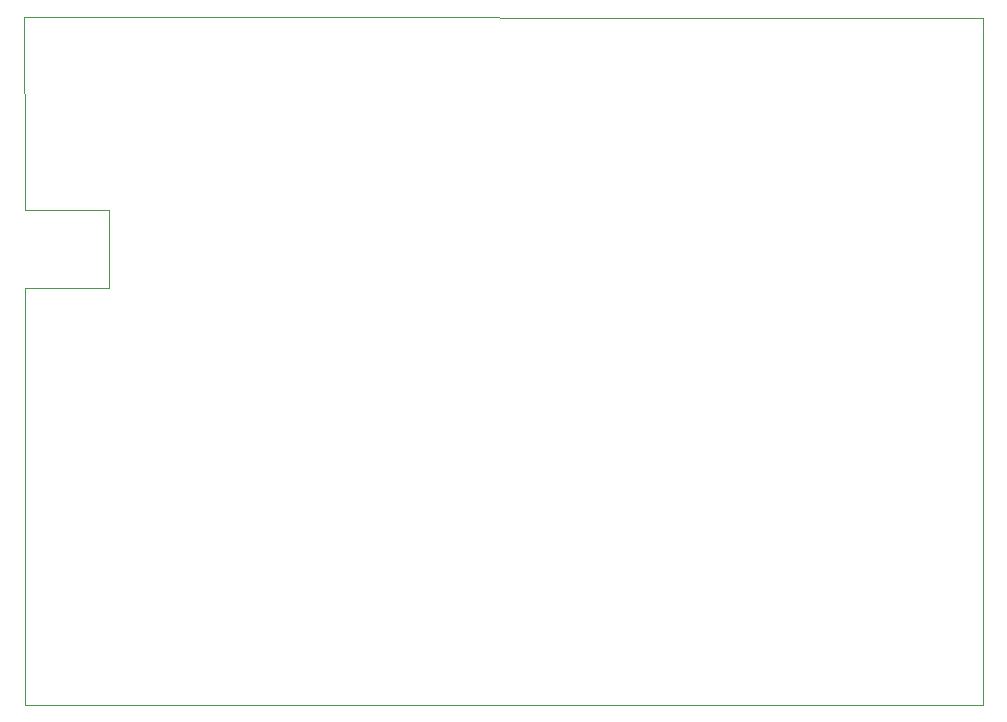
<source format=gbr>
%TF.GenerationSoftware,KiCad,Pcbnew,7.0.1-0*%
%TF.CreationDate,2023-07-25T08:38:12-04:00*%
%TF.ProjectId,data_logger,64617461-5f6c-46f6-9767-65722e6b6963,rev?*%
%TF.SameCoordinates,Original*%
%TF.FileFunction,Profile,NP*%
%FSLAX46Y46*%
G04 Gerber Fmt 4.6, Leading zero omitted, Abs format (unit mm)*
G04 Created by KiCad (PCBNEW 7.0.1-0) date 2023-07-25 08:38:12*
%MOMM*%
%LPD*%
G01*
G04 APERTURE LIST*
%TA.AperFunction,Profile*%
%ADD10C,0.050000*%
%TD*%
G04 APERTURE END LIST*
D10*
X98046496Y-14781400D02*
X98046496Y-72947400D01*
X16893496Y-72947400D01*
X16893496Y-45261400D01*
X16893496Y-40943400D01*
X16893496Y-37641400D01*
X24005496Y-37641400D01*
X24005496Y-31037400D01*
X16893496Y-31037400D01*
X16891600Y-27608400D01*
X16870000Y-14770000D01*
X98046496Y-14781400D01*
M02*

</source>
